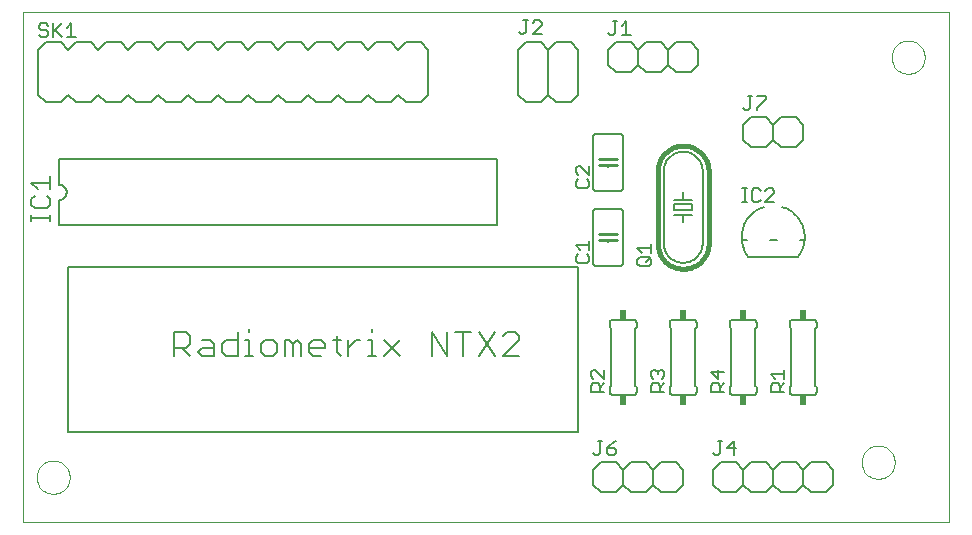
<source format=gto>
G75*
%MOIN*%
%OFA0B0*%
%FSLAX24Y24*%
%IPPOS*%
%LPD*%
%AMOC8*
5,1,8,0,0,1.08239X$1,22.5*
%
%ADD10C,0.0000*%
%ADD11C,0.0060*%
%ADD12C,0.0070*%
%ADD13C,0.0050*%
%ADD14C,0.0160*%
%ADD15C,0.0100*%
%ADD16R,0.0240X0.0340*%
D10*
X000100Y000100D02*
X000100Y017096D01*
X030970Y017096D01*
X030970Y000100D01*
X000100Y000100D01*
X000549Y001600D02*
X000551Y001647D01*
X000557Y001693D01*
X000567Y001739D01*
X000580Y001784D01*
X000598Y001827D01*
X000619Y001869D01*
X000643Y001909D01*
X000671Y001946D01*
X000702Y001981D01*
X000736Y002014D01*
X000772Y002043D01*
X000811Y002069D01*
X000852Y002092D01*
X000895Y002111D01*
X000939Y002127D01*
X000984Y002139D01*
X001030Y002147D01*
X001077Y002151D01*
X001123Y002151D01*
X001170Y002147D01*
X001216Y002139D01*
X001261Y002127D01*
X001305Y002111D01*
X001348Y002092D01*
X001389Y002069D01*
X001428Y002043D01*
X001464Y002014D01*
X001498Y001981D01*
X001529Y001946D01*
X001557Y001909D01*
X001581Y001869D01*
X001602Y001827D01*
X001620Y001784D01*
X001633Y001739D01*
X001643Y001693D01*
X001649Y001647D01*
X001651Y001600D01*
X001649Y001553D01*
X001643Y001507D01*
X001633Y001461D01*
X001620Y001416D01*
X001602Y001373D01*
X001581Y001331D01*
X001557Y001291D01*
X001529Y001254D01*
X001498Y001219D01*
X001464Y001186D01*
X001428Y001157D01*
X001389Y001131D01*
X001348Y001108D01*
X001305Y001089D01*
X001261Y001073D01*
X001216Y001061D01*
X001170Y001053D01*
X001123Y001049D01*
X001077Y001049D01*
X001030Y001053D01*
X000984Y001061D01*
X000939Y001073D01*
X000895Y001089D01*
X000852Y001108D01*
X000811Y001131D01*
X000772Y001157D01*
X000736Y001186D01*
X000702Y001219D01*
X000671Y001254D01*
X000643Y001291D01*
X000619Y001331D01*
X000598Y001373D01*
X000580Y001416D01*
X000567Y001461D01*
X000557Y001507D01*
X000551Y001553D01*
X000549Y001600D01*
X028049Y002100D02*
X028051Y002147D01*
X028057Y002193D01*
X028067Y002239D01*
X028080Y002284D01*
X028098Y002327D01*
X028119Y002369D01*
X028143Y002409D01*
X028171Y002446D01*
X028202Y002481D01*
X028236Y002514D01*
X028272Y002543D01*
X028311Y002569D01*
X028352Y002592D01*
X028395Y002611D01*
X028439Y002627D01*
X028484Y002639D01*
X028530Y002647D01*
X028577Y002651D01*
X028623Y002651D01*
X028670Y002647D01*
X028716Y002639D01*
X028761Y002627D01*
X028805Y002611D01*
X028848Y002592D01*
X028889Y002569D01*
X028928Y002543D01*
X028964Y002514D01*
X028998Y002481D01*
X029029Y002446D01*
X029057Y002409D01*
X029081Y002369D01*
X029102Y002327D01*
X029120Y002284D01*
X029133Y002239D01*
X029143Y002193D01*
X029149Y002147D01*
X029151Y002100D01*
X029149Y002053D01*
X029143Y002007D01*
X029133Y001961D01*
X029120Y001916D01*
X029102Y001873D01*
X029081Y001831D01*
X029057Y001791D01*
X029029Y001754D01*
X028998Y001719D01*
X028964Y001686D01*
X028928Y001657D01*
X028889Y001631D01*
X028848Y001608D01*
X028805Y001589D01*
X028761Y001573D01*
X028716Y001561D01*
X028670Y001553D01*
X028623Y001549D01*
X028577Y001549D01*
X028530Y001553D01*
X028484Y001561D01*
X028439Y001573D01*
X028395Y001589D01*
X028352Y001608D01*
X028311Y001631D01*
X028272Y001657D01*
X028236Y001686D01*
X028202Y001719D01*
X028171Y001754D01*
X028143Y001791D01*
X028119Y001831D01*
X028098Y001873D01*
X028080Y001916D01*
X028067Y001961D01*
X028057Y002007D01*
X028051Y002053D01*
X028049Y002100D01*
X029049Y015600D02*
X029051Y015647D01*
X029057Y015693D01*
X029067Y015739D01*
X029080Y015784D01*
X029098Y015827D01*
X029119Y015869D01*
X029143Y015909D01*
X029171Y015946D01*
X029202Y015981D01*
X029236Y016014D01*
X029272Y016043D01*
X029311Y016069D01*
X029352Y016092D01*
X029395Y016111D01*
X029439Y016127D01*
X029484Y016139D01*
X029530Y016147D01*
X029577Y016151D01*
X029623Y016151D01*
X029670Y016147D01*
X029716Y016139D01*
X029761Y016127D01*
X029805Y016111D01*
X029848Y016092D01*
X029889Y016069D01*
X029928Y016043D01*
X029964Y016014D01*
X029998Y015981D01*
X030029Y015946D01*
X030057Y015909D01*
X030081Y015869D01*
X030102Y015827D01*
X030120Y015784D01*
X030133Y015739D01*
X030143Y015693D01*
X030149Y015647D01*
X030151Y015600D01*
X030149Y015553D01*
X030143Y015507D01*
X030133Y015461D01*
X030120Y015416D01*
X030102Y015373D01*
X030081Y015331D01*
X030057Y015291D01*
X030029Y015254D01*
X029998Y015219D01*
X029964Y015186D01*
X029928Y015157D01*
X029889Y015131D01*
X029848Y015108D01*
X029805Y015089D01*
X029761Y015073D01*
X029716Y015061D01*
X029670Y015053D01*
X029623Y015049D01*
X029577Y015049D01*
X029530Y015053D01*
X029484Y015061D01*
X029439Y015073D01*
X029395Y015089D01*
X029352Y015108D01*
X029311Y015131D01*
X029272Y015157D01*
X029236Y015186D01*
X029202Y015219D01*
X029171Y015254D01*
X029143Y015291D01*
X029119Y015331D01*
X029098Y015373D01*
X029080Y015416D01*
X029067Y015461D01*
X029057Y015507D01*
X029051Y015553D01*
X029049Y015600D01*
D11*
X026100Y013350D02*
X025850Y013600D01*
X025350Y013600D01*
X025100Y013350D01*
X025100Y012850D01*
X025350Y012600D01*
X025850Y012600D01*
X026100Y012850D01*
X026100Y013350D01*
X025100Y013350D02*
X024850Y013600D01*
X024350Y013600D01*
X024100Y013350D01*
X024100Y012850D01*
X024350Y012600D01*
X024850Y012600D01*
X025100Y012850D01*
X022750Y011800D02*
X022750Y009400D01*
X022748Y009350D01*
X022742Y009301D01*
X022733Y009252D01*
X022720Y009204D01*
X022703Y009157D01*
X022683Y009112D01*
X022659Y009068D01*
X022632Y009026D01*
X022601Y008986D01*
X022568Y008949D01*
X022532Y008915D01*
X022494Y008883D01*
X022453Y008854D01*
X022411Y008829D01*
X022366Y008807D01*
X022320Y008788D01*
X022272Y008773D01*
X022224Y008762D01*
X022175Y008754D01*
X022125Y008750D01*
X022075Y008750D01*
X022025Y008754D01*
X021976Y008762D01*
X021928Y008773D01*
X021880Y008788D01*
X021834Y008807D01*
X021789Y008829D01*
X021747Y008854D01*
X021706Y008883D01*
X021668Y008915D01*
X021632Y008949D01*
X021599Y008986D01*
X021568Y009026D01*
X021541Y009068D01*
X021517Y009112D01*
X021497Y009157D01*
X021480Y009204D01*
X021467Y009252D01*
X021458Y009301D01*
X021452Y009350D01*
X021450Y009400D01*
X021450Y011800D01*
X021452Y011850D01*
X021458Y011899D01*
X021467Y011948D01*
X021480Y011996D01*
X021497Y012043D01*
X021517Y012088D01*
X021541Y012132D01*
X021568Y012174D01*
X021599Y012214D01*
X021632Y012251D01*
X021668Y012285D01*
X021706Y012317D01*
X021747Y012346D01*
X021789Y012371D01*
X021834Y012393D01*
X021880Y012412D01*
X021928Y012427D01*
X021976Y012438D01*
X022025Y012446D01*
X022075Y012450D01*
X022125Y012450D01*
X022175Y012446D01*
X022224Y012438D01*
X022272Y012427D01*
X022320Y012412D01*
X022366Y012393D01*
X022411Y012371D01*
X022453Y012346D01*
X022494Y012317D01*
X022532Y012285D01*
X022568Y012251D01*
X022601Y012214D01*
X022632Y012174D01*
X022659Y012132D01*
X022683Y012088D01*
X022703Y012043D01*
X022720Y011996D01*
X022733Y011948D01*
X022742Y011899D01*
X022748Y011850D01*
X022750Y011800D01*
X022100Y011100D02*
X022100Y010850D01*
X022400Y010850D01*
X022400Y010700D02*
X022400Y010500D01*
X021800Y010500D01*
X021800Y010700D01*
X022400Y010700D01*
X022100Y010850D02*
X021800Y010850D01*
X021800Y010350D02*
X022100Y010350D01*
X022100Y010100D01*
X022100Y010350D02*
X022400Y010350D01*
X024055Y009500D02*
X024213Y009500D01*
X024275Y008950D02*
X025925Y008950D01*
X025987Y009500D02*
X026145Y009500D01*
X025213Y009500D02*
X024987Y009500D01*
X024275Y008950D02*
X024238Y009001D01*
X024203Y009054D01*
X024171Y009110D01*
X024143Y009167D01*
X024119Y009226D01*
X024098Y009286D01*
X024081Y009347D01*
X024067Y009409D01*
X024058Y009472D01*
X024052Y009535D01*
X024050Y009599D01*
X024052Y009663D01*
X024058Y009726D01*
X024067Y009789D01*
X024080Y009851D01*
X024098Y009912D01*
X024118Y009972D01*
X024143Y010031D01*
X024170Y010088D01*
X024202Y010144D01*
X024236Y010197D01*
X024274Y010248D01*
X024315Y010297D01*
X024359Y010343D01*
X024405Y010387D01*
X024454Y010428D01*
X024505Y010465D01*
X024559Y010500D01*
X024614Y010531D01*
X024671Y010559D01*
X024730Y010583D01*
X024790Y010603D01*
X025410Y010603D02*
X025470Y010583D01*
X025529Y010559D01*
X025586Y010531D01*
X025641Y010500D01*
X025695Y010465D01*
X025746Y010428D01*
X025795Y010387D01*
X025841Y010343D01*
X025885Y010297D01*
X025926Y010248D01*
X025964Y010197D01*
X025998Y010144D01*
X026030Y010088D01*
X026057Y010031D01*
X026082Y009972D01*
X026102Y009912D01*
X026120Y009851D01*
X026133Y009789D01*
X026142Y009726D01*
X026148Y009663D01*
X026150Y009599D01*
X026148Y009535D01*
X026142Y009472D01*
X026133Y009409D01*
X026119Y009347D01*
X026102Y009286D01*
X026081Y009226D01*
X026057Y009167D01*
X026029Y009110D01*
X025997Y009054D01*
X025962Y009001D01*
X025925Y008950D01*
X025750Y006850D02*
X026450Y006850D01*
X026467Y006848D01*
X026484Y006844D01*
X026500Y006837D01*
X026514Y006827D01*
X026527Y006814D01*
X026537Y006800D01*
X026544Y006784D01*
X026548Y006767D01*
X026550Y006750D01*
X026550Y006600D01*
X026500Y006550D01*
X026500Y004650D01*
X026550Y004600D01*
X026550Y004450D01*
X026548Y004433D01*
X026544Y004416D01*
X026537Y004400D01*
X026527Y004386D01*
X026514Y004373D01*
X026500Y004363D01*
X026484Y004356D01*
X026467Y004352D01*
X026450Y004350D01*
X025750Y004350D01*
X025733Y004352D01*
X025716Y004356D01*
X025700Y004363D01*
X025686Y004373D01*
X025673Y004386D01*
X025663Y004400D01*
X025656Y004416D01*
X025652Y004433D01*
X025650Y004450D01*
X025650Y004600D01*
X025700Y004650D01*
X025700Y006550D01*
X025650Y006600D01*
X025650Y006750D01*
X025652Y006767D01*
X025656Y006784D01*
X025663Y006800D01*
X025673Y006814D01*
X025686Y006827D01*
X025700Y006837D01*
X025716Y006844D01*
X025733Y006848D01*
X025750Y006850D01*
X024550Y006750D02*
X024550Y006600D01*
X024500Y006550D01*
X024500Y004650D01*
X024550Y004600D01*
X024550Y004450D01*
X024548Y004433D01*
X024544Y004416D01*
X024537Y004400D01*
X024527Y004386D01*
X024514Y004373D01*
X024500Y004363D01*
X024484Y004356D01*
X024467Y004352D01*
X024450Y004350D01*
X023750Y004350D01*
X023733Y004352D01*
X023716Y004356D01*
X023700Y004363D01*
X023686Y004373D01*
X023673Y004386D01*
X023663Y004400D01*
X023656Y004416D01*
X023652Y004433D01*
X023650Y004450D01*
X023650Y004600D01*
X023700Y004650D01*
X023700Y006550D01*
X023650Y006600D01*
X023650Y006750D01*
X023652Y006767D01*
X023656Y006784D01*
X023663Y006800D01*
X023673Y006814D01*
X023686Y006827D01*
X023700Y006837D01*
X023716Y006844D01*
X023733Y006848D01*
X023750Y006850D01*
X024450Y006850D01*
X024467Y006848D01*
X024484Y006844D01*
X024500Y006837D01*
X024514Y006827D01*
X024527Y006814D01*
X024537Y006800D01*
X024544Y006784D01*
X024548Y006767D01*
X024550Y006750D01*
X022550Y006750D02*
X022550Y006600D01*
X022500Y006550D01*
X022500Y004650D01*
X022550Y004600D01*
X022550Y004450D01*
X022548Y004433D01*
X022544Y004416D01*
X022537Y004400D01*
X022527Y004386D01*
X022514Y004373D01*
X022500Y004363D01*
X022484Y004356D01*
X022467Y004352D01*
X022450Y004350D01*
X021750Y004350D01*
X021733Y004352D01*
X021716Y004356D01*
X021700Y004363D01*
X021686Y004373D01*
X021673Y004386D01*
X021663Y004400D01*
X021656Y004416D01*
X021652Y004433D01*
X021650Y004450D01*
X021650Y004600D01*
X021700Y004650D01*
X021700Y006550D01*
X021650Y006600D01*
X021650Y006750D01*
X021652Y006767D01*
X021656Y006784D01*
X021663Y006800D01*
X021673Y006814D01*
X021686Y006827D01*
X021700Y006837D01*
X021716Y006844D01*
X021733Y006848D01*
X021750Y006850D01*
X022450Y006850D01*
X022467Y006848D01*
X022484Y006844D01*
X022500Y006837D01*
X022514Y006827D01*
X022527Y006814D01*
X022537Y006800D01*
X022544Y006784D01*
X022548Y006767D01*
X022550Y006750D01*
X020550Y006750D02*
X020550Y006600D01*
X020500Y006550D01*
X020500Y004650D01*
X020550Y004600D01*
X020550Y004450D01*
X020548Y004433D01*
X020544Y004416D01*
X020537Y004400D01*
X020527Y004386D01*
X020514Y004373D01*
X020500Y004363D01*
X020484Y004356D01*
X020467Y004352D01*
X020450Y004350D01*
X019750Y004350D01*
X019733Y004352D01*
X019716Y004356D01*
X019700Y004363D01*
X019686Y004373D01*
X019673Y004386D01*
X019663Y004400D01*
X019656Y004416D01*
X019652Y004433D01*
X019650Y004450D01*
X019650Y004600D01*
X019700Y004650D01*
X019700Y006550D01*
X019650Y006600D01*
X019650Y006750D01*
X019652Y006767D01*
X019656Y006784D01*
X019663Y006800D01*
X019673Y006814D01*
X019686Y006827D01*
X019700Y006837D01*
X019716Y006844D01*
X019733Y006848D01*
X019750Y006850D01*
X020450Y006850D01*
X020467Y006848D01*
X020484Y006844D01*
X020500Y006837D01*
X020514Y006827D01*
X020527Y006814D01*
X020537Y006800D01*
X020544Y006784D01*
X020548Y006767D01*
X020550Y006750D01*
X020000Y008650D02*
X019200Y008650D01*
X019183Y008652D01*
X019166Y008656D01*
X019150Y008663D01*
X019136Y008673D01*
X019123Y008686D01*
X019113Y008700D01*
X019106Y008716D01*
X019102Y008733D01*
X019100Y008750D01*
X019100Y010450D01*
X019102Y010467D01*
X019106Y010484D01*
X019113Y010500D01*
X019123Y010514D01*
X019136Y010527D01*
X019150Y010537D01*
X019166Y010544D01*
X019183Y010548D01*
X019200Y010550D01*
X020000Y010550D01*
X020017Y010548D01*
X020034Y010544D01*
X020050Y010537D01*
X020064Y010527D01*
X020077Y010514D01*
X020087Y010500D01*
X020094Y010484D01*
X020098Y010467D01*
X020100Y010450D01*
X020100Y008750D01*
X020098Y008733D01*
X020094Y008716D01*
X020087Y008700D01*
X020077Y008686D01*
X020064Y008673D01*
X020050Y008663D01*
X020034Y008656D01*
X020017Y008652D01*
X020000Y008650D01*
X019600Y009450D02*
X019600Y009500D01*
X019600Y009700D02*
X019600Y009750D01*
X019200Y011150D02*
X020000Y011150D01*
X020017Y011152D01*
X020034Y011156D01*
X020050Y011163D01*
X020064Y011173D01*
X020077Y011186D01*
X020087Y011200D01*
X020094Y011216D01*
X020098Y011233D01*
X020100Y011250D01*
X020100Y012950D01*
X020098Y012967D01*
X020094Y012984D01*
X020087Y013000D01*
X020077Y013014D01*
X020064Y013027D01*
X020050Y013037D01*
X020034Y013044D01*
X020017Y013048D01*
X020000Y013050D01*
X019200Y013050D01*
X019183Y013048D01*
X019166Y013044D01*
X019150Y013037D01*
X019136Y013027D01*
X019123Y013014D01*
X019113Y013000D01*
X019106Y012984D01*
X019102Y012967D01*
X019100Y012950D01*
X019100Y011250D01*
X019102Y011233D01*
X019106Y011216D01*
X019113Y011200D01*
X019123Y011186D01*
X019136Y011173D01*
X019150Y011163D01*
X019166Y011156D01*
X019183Y011152D01*
X019200Y011150D01*
X019600Y011950D02*
X019600Y012000D01*
X019600Y012200D02*
X019600Y012250D01*
X018350Y014100D02*
X017850Y014100D01*
X017600Y014350D01*
X017600Y015850D01*
X017850Y016100D01*
X018350Y016100D01*
X018600Y015850D01*
X018600Y014350D01*
X018350Y014100D01*
X017600Y014350D02*
X017350Y014100D01*
X016850Y014100D01*
X016600Y014350D01*
X016600Y015850D01*
X016850Y016100D01*
X017350Y016100D01*
X017600Y015850D01*
X019600Y015850D02*
X019600Y015350D01*
X019850Y015100D01*
X020350Y015100D01*
X020600Y015350D01*
X020850Y015100D01*
X021350Y015100D01*
X021600Y015350D01*
X021850Y015100D01*
X022350Y015100D01*
X022600Y015350D01*
X022600Y015850D01*
X022350Y016100D01*
X021850Y016100D01*
X021600Y015850D01*
X021600Y015350D01*
X021600Y015850D02*
X021350Y016100D01*
X020850Y016100D01*
X020600Y015850D01*
X020600Y015350D01*
X020600Y015850D02*
X020350Y016100D01*
X019850Y016100D01*
X019600Y015850D01*
X013600Y015850D02*
X013600Y014350D01*
X013350Y014100D01*
X012850Y014100D01*
X012600Y014350D01*
X012350Y014100D01*
X011850Y014100D01*
X011600Y014350D01*
X011350Y014100D01*
X010850Y014100D01*
X010600Y014350D01*
X010350Y014100D01*
X009850Y014100D01*
X009600Y014350D01*
X009350Y014100D01*
X008850Y014100D01*
X008600Y014350D01*
X008350Y014100D01*
X007850Y014100D01*
X007600Y014350D01*
X007350Y014100D01*
X006850Y014100D01*
X006600Y014350D01*
X006350Y014100D01*
X005850Y014100D01*
X005600Y014350D01*
X005350Y014100D01*
X004850Y014100D01*
X004600Y014350D01*
X004350Y014100D01*
X003850Y014100D01*
X003600Y014350D01*
X003350Y014100D01*
X002850Y014100D01*
X002600Y014350D01*
X002350Y014100D01*
X001850Y014100D01*
X001600Y014350D01*
X001350Y014100D01*
X000850Y014100D01*
X000600Y014350D01*
X000600Y015850D01*
X000850Y016100D01*
X001350Y016100D01*
X001600Y015850D01*
X001850Y016100D01*
X002350Y016100D01*
X002600Y015850D01*
X002850Y016100D01*
X003350Y016100D01*
X003600Y015850D01*
X003850Y016100D01*
X004350Y016100D01*
X004600Y015850D01*
X004850Y016100D01*
X005350Y016100D01*
X005600Y015850D01*
X005850Y016100D01*
X006350Y016100D01*
X006600Y015850D01*
X006850Y016100D01*
X007350Y016100D01*
X007600Y015850D01*
X007850Y016100D01*
X008350Y016100D01*
X008600Y015850D01*
X008850Y016100D01*
X009350Y016100D01*
X009600Y015850D01*
X009850Y016100D01*
X010350Y016100D01*
X010600Y015850D01*
X010850Y016100D01*
X011350Y016100D01*
X011600Y015850D01*
X011850Y016100D01*
X012350Y016100D01*
X012600Y015850D01*
X012850Y016100D01*
X013350Y016100D01*
X013600Y015850D01*
X015900Y012200D02*
X015900Y010000D01*
X001300Y010000D01*
X001300Y010850D01*
X001330Y010852D01*
X001360Y010857D01*
X001389Y010866D01*
X001416Y010879D01*
X001442Y010894D01*
X001466Y010913D01*
X001487Y010934D01*
X001506Y010958D01*
X001521Y010984D01*
X001534Y011011D01*
X001543Y011040D01*
X001548Y011070D01*
X001550Y011100D01*
X001548Y011130D01*
X001543Y011160D01*
X001534Y011189D01*
X001521Y011216D01*
X001506Y011242D01*
X001487Y011266D01*
X001466Y011287D01*
X001442Y011306D01*
X001416Y011321D01*
X001389Y011334D01*
X001360Y011343D01*
X001330Y011348D01*
X001300Y011350D01*
X001300Y012200D01*
X015900Y012200D01*
X019350Y002100D02*
X019100Y001850D01*
X019100Y001350D01*
X019350Y001100D01*
X019850Y001100D01*
X020100Y001350D01*
X020350Y001100D01*
X020850Y001100D01*
X021100Y001350D01*
X021350Y001100D01*
X021850Y001100D01*
X022100Y001350D01*
X022100Y001850D01*
X021850Y002100D01*
X021350Y002100D01*
X021100Y001850D01*
X021100Y001350D01*
X021100Y001850D02*
X020850Y002100D01*
X020350Y002100D01*
X020100Y001850D01*
X020100Y001350D01*
X020100Y001850D02*
X019850Y002100D01*
X019350Y002100D01*
X023100Y001850D02*
X023100Y001350D01*
X023350Y001100D01*
X023850Y001100D01*
X024100Y001350D01*
X024350Y001100D01*
X024850Y001100D01*
X025100Y001350D01*
X025100Y001850D01*
X024850Y002100D01*
X024350Y002100D01*
X024100Y001850D01*
X024100Y001350D01*
X024100Y001850D02*
X023850Y002100D01*
X023350Y002100D01*
X023100Y001850D01*
X025100Y001850D02*
X025350Y002100D01*
X025850Y002100D01*
X026100Y001850D01*
X026350Y002100D01*
X026850Y002100D01*
X027100Y001850D01*
X027100Y001350D01*
X026850Y001100D01*
X026350Y001100D01*
X026100Y001350D01*
X025850Y001100D01*
X025350Y001100D01*
X025100Y001350D01*
X026100Y001350D02*
X026100Y001850D01*
D12*
X016616Y005635D02*
X016089Y005635D01*
X016616Y006162D01*
X016616Y006294D01*
X016485Y006426D01*
X016221Y006426D01*
X016089Y006294D01*
X015825Y006426D02*
X015297Y005635D01*
X015825Y005635D02*
X015297Y006426D01*
X015033Y006426D02*
X014506Y006426D01*
X014769Y006426D02*
X014769Y005635D01*
X014241Y005635D02*
X014241Y006426D01*
X013714Y006426D02*
X014241Y005635D01*
X013714Y005635D02*
X013714Y006426D01*
X012657Y006162D02*
X012130Y005635D01*
X011866Y005635D02*
X011602Y005635D01*
X011734Y005635D02*
X011734Y006162D01*
X011602Y006162D01*
X011337Y006162D02*
X011206Y006162D01*
X010942Y005899D01*
X010942Y006162D02*
X010942Y005635D01*
X010678Y005635D02*
X010546Y005767D01*
X010546Y006294D01*
X010414Y006162D02*
X010678Y006162D01*
X010149Y006030D02*
X010149Y005899D01*
X009622Y005899D01*
X009622Y006030D02*
X009622Y005767D01*
X009754Y005635D01*
X010018Y005635D01*
X009358Y005635D02*
X009358Y006030D01*
X009226Y006162D01*
X009094Y006030D01*
X009094Y005635D01*
X008830Y005635D02*
X008830Y006162D01*
X008962Y006162D01*
X009094Y006030D01*
X009622Y006030D02*
X009754Y006162D01*
X010018Y006162D01*
X010149Y006030D01*
X008566Y006030D02*
X008566Y005767D01*
X008434Y005635D01*
X008170Y005635D01*
X008039Y005767D01*
X008039Y006030D01*
X008170Y006162D01*
X008434Y006162D01*
X008566Y006030D01*
X007774Y005635D02*
X007511Y005635D01*
X007642Y005635D02*
X007642Y006162D01*
X007511Y006162D01*
X007246Y006162D02*
X006851Y006162D01*
X006719Y006030D01*
X006719Y005767D01*
X006851Y005635D01*
X007246Y005635D01*
X007246Y006426D01*
X007642Y006426D02*
X007642Y006557D01*
X006454Y006030D02*
X006454Y005635D01*
X006059Y005635D01*
X005927Y005767D01*
X006059Y005899D01*
X006454Y005899D01*
X006454Y006030D02*
X006322Y006162D01*
X006059Y006162D01*
X005662Y006294D02*
X005662Y006030D01*
X005530Y005899D01*
X005135Y005899D01*
X005399Y005899D02*
X005662Y005635D01*
X005135Y005635D02*
X005135Y006426D01*
X005530Y006426D01*
X005662Y006294D01*
X011734Y006426D02*
X011734Y006557D01*
X012130Y006162D02*
X012657Y005635D01*
X001005Y010135D02*
X001005Y010345D01*
X001005Y010240D02*
X000374Y010240D01*
X000374Y010135D02*
X000374Y010345D01*
X000480Y010565D02*
X000900Y010565D01*
X001005Y010670D01*
X001005Y010880D01*
X000900Y010985D01*
X000480Y010985D02*
X000374Y010880D01*
X000374Y010670D01*
X000480Y010565D01*
X000585Y011209D02*
X000374Y011419D01*
X001005Y011419D01*
X001005Y011209D02*
X001005Y011630D01*
D13*
X001600Y008600D02*
X001600Y003100D01*
X018600Y003100D01*
X018600Y008600D01*
X001600Y008600D01*
X001546Y016275D02*
X001846Y016275D01*
X001696Y016275D02*
X001696Y016725D01*
X001546Y016575D01*
X001386Y016725D02*
X001085Y016425D01*
X001160Y016500D02*
X001386Y016275D01*
X001085Y016275D02*
X001085Y016725D01*
X000925Y016650D02*
X000850Y016725D01*
X000700Y016725D01*
X000625Y016650D01*
X000625Y016575D01*
X000700Y016500D01*
X000850Y016500D01*
X000925Y016425D01*
X000925Y016350D01*
X000850Y016275D01*
X000700Y016275D01*
X000625Y016350D01*
X016625Y016450D02*
X016700Y016375D01*
X016775Y016375D01*
X016850Y016450D01*
X016850Y016825D01*
X016775Y016825D02*
X016925Y016825D01*
X017085Y016750D02*
X017160Y016825D01*
X017311Y016825D01*
X017386Y016750D01*
X017386Y016675D01*
X017085Y016375D01*
X017386Y016375D01*
X019595Y016420D02*
X019670Y016345D01*
X019745Y016345D01*
X019820Y016420D01*
X019820Y016795D01*
X019745Y016795D02*
X019895Y016795D01*
X020055Y016645D02*
X020206Y016795D01*
X020206Y016345D01*
X020356Y016345D02*
X020055Y016345D01*
X024245Y014295D02*
X024395Y014295D01*
X024320Y014295D02*
X024320Y013920D01*
X024245Y013845D01*
X024170Y013845D01*
X024095Y013920D01*
X024555Y013920D02*
X024856Y014220D01*
X024856Y014295D01*
X024555Y014295D01*
X024555Y013920D02*
X024555Y013845D01*
X024607Y011225D02*
X024457Y011225D01*
X024382Y011150D01*
X024382Y010850D01*
X024457Y010775D01*
X024607Y010775D01*
X024682Y010850D01*
X024842Y010775D02*
X025143Y011075D01*
X025143Y011150D01*
X025068Y011225D01*
X024917Y011225D01*
X024842Y011150D01*
X024682Y011150D02*
X024607Y011225D01*
X024225Y011225D02*
X024075Y011225D01*
X024150Y011225D02*
X024150Y010775D01*
X024075Y010775D02*
X024225Y010775D01*
X024842Y010775D02*
X025143Y010775D01*
X021025Y009386D02*
X021025Y009085D01*
X021025Y009236D02*
X020575Y009236D01*
X020725Y009085D01*
X020650Y008925D02*
X020950Y008925D01*
X021025Y008850D01*
X021025Y008700D01*
X020950Y008625D01*
X020650Y008625D01*
X020575Y008700D01*
X020575Y008850D01*
X020650Y008925D01*
X020875Y008775D02*
X021025Y008925D01*
X018975Y008950D02*
X018975Y008800D01*
X018900Y008725D01*
X018600Y008725D01*
X018525Y008800D01*
X018525Y008950D01*
X018600Y009025D01*
X018675Y009185D02*
X018525Y009336D01*
X018975Y009336D01*
X018975Y009486D02*
X018975Y009185D01*
X018900Y009025D02*
X018975Y008950D01*
X018900Y011225D02*
X018600Y011225D01*
X018525Y011300D01*
X018525Y011450D01*
X018600Y011525D01*
X018600Y011685D02*
X018525Y011760D01*
X018525Y011911D01*
X018600Y011986D01*
X018675Y011986D01*
X018975Y011685D01*
X018975Y011986D01*
X018900Y011525D02*
X018975Y011450D01*
X018975Y011300D01*
X018900Y011225D01*
X019100Y005186D02*
X019025Y005111D01*
X019025Y004960D01*
X019100Y004885D01*
X019100Y004725D02*
X019250Y004725D01*
X019325Y004650D01*
X019325Y004425D01*
X019475Y004425D02*
X019025Y004425D01*
X019025Y004650D01*
X019100Y004725D01*
X019325Y004575D02*
X019475Y004725D01*
X019475Y004885D02*
X019175Y005186D01*
X019100Y005186D01*
X019475Y005186D02*
X019475Y004885D01*
X021025Y004960D02*
X021025Y005111D01*
X021100Y005186D01*
X021175Y005186D01*
X021250Y005111D01*
X021325Y005186D01*
X021400Y005186D01*
X021475Y005111D01*
X021475Y004960D01*
X021400Y004885D01*
X021475Y004725D02*
X021325Y004575D01*
X021325Y004650D02*
X021325Y004425D01*
X021475Y004425D02*
X021025Y004425D01*
X021025Y004650D01*
X021100Y004725D01*
X021250Y004725D01*
X021325Y004650D01*
X021100Y004885D02*
X021025Y004960D01*
X021250Y005036D02*
X021250Y005111D01*
X023025Y005111D02*
X023250Y004885D01*
X023250Y005186D01*
X023475Y005111D02*
X023025Y005111D01*
X023100Y004725D02*
X023250Y004725D01*
X023325Y004650D01*
X023325Y004425D01*
X023475Y004425D02*
X023025Y004425D01*
X023025Y004650D01*
X023100Y004725D01*
X023325Y004575D02*
X023475Y004725D01*
X025025Y004650D02*
X025025Y004425D01*
X025475Y004425D01*
X025325Y004425D02*
X025325Y004650D01*
X025250Y004725D01*
X025100Y004725D01*
X025025Y004650D01*
X025175Y004885D02*
X025025Y005036D01*
X025475Y005036D01*
X025475Y005186D02*
X025475Y004885D01*
X025475Y004725D02*
X025325Y004575D01*
X023781Y002795D02*
X023555Y002570D01*
X023856Y002570D01*
X023781Y002345D02*
X023781Y002795D01*
X023395Y002795D02*
X023245Y002795D01*
X023320Y002795D02*
X023320Y002420D01*
X023245Y002345D01*
X023170Y002345D01*
X023095Y002420D01*
X019856Y002420D02*
X019781Y002345D01*
X019630Y002345D01*
X019555Y002420D01*
X019555Y002570D01*
X019781Y002570D01*
X019856Y002495D01*
X019856Y002420D01*
X019706Y002720D02*
X019555Y002570D01*
X019706Y002720D02*
X019856Y002795D01*
X019395Y002795D02*
X019245Y002795D01*
X019320Y002795D02*
X019320Y002420D01*
X019245Y002345D01*
X019170Y002345D01*
X019095Y002420D01*
D14*
X021250Y009400D02*
X021250Y011800D01*
X021252Y011857D01*
X021258Y011913D01*
X021267Y011969D01*
X021280Y012025D01*
X021297Y012079D01*
X021317Y012132D01*
X021341Y012183D01*
X021369Y012233D01*
X021399Y012281D01*
X021433Y012327D01*
X021470Y012370D01*
X021509Y012411D01*
X021551Y012449D01*
X021596Y012484D01*
X021643Y012516D01*
X021692Y012545D01*
X021742Y012571D01*
X021795Y012593D01*
X021848Y012612D01*
X021903Y012627D01*
X021959Y012638D01*
X022015Y012646D01*
X022072Y012650D01*
X022128Y012650D01*
X022185Y012646D01*
X022241Y012638D01*
X022297Y012627D01*
X022352Y012612D01*
X022405Y012593D01*
X022458Y012571D01*
X022508Y012545D01*
X022557Y012516D01*
X022604Y012484D01*
X022649Y012449D01*
X022691Y012411D01*
X022730Y012370D01*
X022767Y012327D01*
X022801Y012281D01*
X022831Y012233D01*
X022859Y012183D01*
X022883Y012132D01*
X022903Y012079D01*
X022920Y012025D01*
X022933Y011969D01*
X022942Y011913D01*
X022948Y011857D01*
X022950Y011800D01*
X022950Y009400D01*
X022948Y009343D01*
X022942Y009287D01*
X022933Y009231D01*
X022920Y009175D01*
X022903Y009121D01*
X022883Y009068D01*
X022859Y009017D01*
X022831Y008967D01*
X022801Y008919D01*
X022767Y008873D01*
X022730Y008830D01*
X022691Y008789D01*
X022649Y008751D01*
X022604Y008716D01*
X022557Y008684D01*
X022508Y008655D01*
X022458Y008629D01*
X022405Y008607D01*
X022352Y008588D01*
X022297Y008573D01*
X022241Y008562D01*
X022185Y008554D01*
X022128Y008550D01*
X022072Y008550D01*
X022015Y008554D01*
X021959Y008562D01*
X021903Y008573D01*
X021848Y008588D01*
X021795Y008607D01*
X021742Y008629D01*
X021692Y008655D01*
X021643Y008684D01*
X021596Y008716D01*
X021551Y008751D01*
X021509Y008789D01*
X021470Y008830D01*
X021433Y008873D01*
X021399Y008919D01*
X021369Y008967D01*
X021341Y009017D01*
X021317Y009068D01*
X021297Y009121D01*
X021280Y009175D01*
X021267Y009231D01*
X021258Y009287D01*
X021252Y009343D01*
X021250Y009400D01*
D15*
X019900Y009500D02*
X019600Y009500D01*
X019300Y009500D01*
X019300Y009700D02*
X019600Y009700D01*
X019900Y009700D01*
X019900Y012000D02*
X019600Y012000D01*
X019300Y012000D01*
X019300Y012200D02*
X019600Y012200D01*
X019900Y012200D01*
D16*
X020100Y007020D03*
X022100Y007020D03*
X024100Y007020D03*
X026100Y007020D03*
X026100Y004180D03*
X024100Y004180D03*
X022100Y004180D03*
X020100Y004180D03*
M02*

</source>
